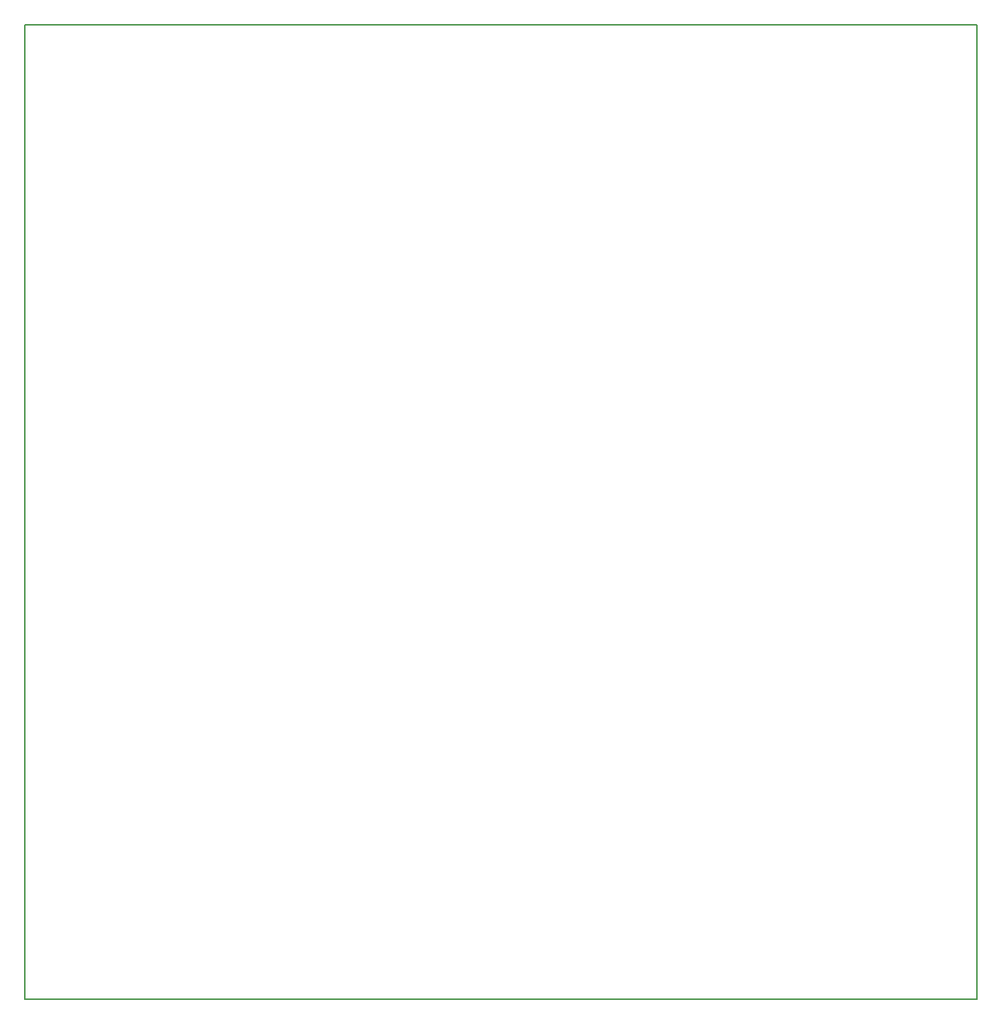
<source format=gbr>
G04 DipTrace 3.2.0.1*
G04 BoardOutline.gbr*
%MOIN*%
G04 #@! TF.FileFunction,Profile*
G04 #@! TF.Part,Single*
%ADD11C,0.005512*%
%FSLAX26Y26*%
G04*
G70*
G90*
G75*
G01*
G04 BoardOutline*
%LPD*%
X393701Y4843701D2*
D11*
X4743701D1*
Y393701D1*
X393701D1*
Y4843701D1*
M02*

</source>
